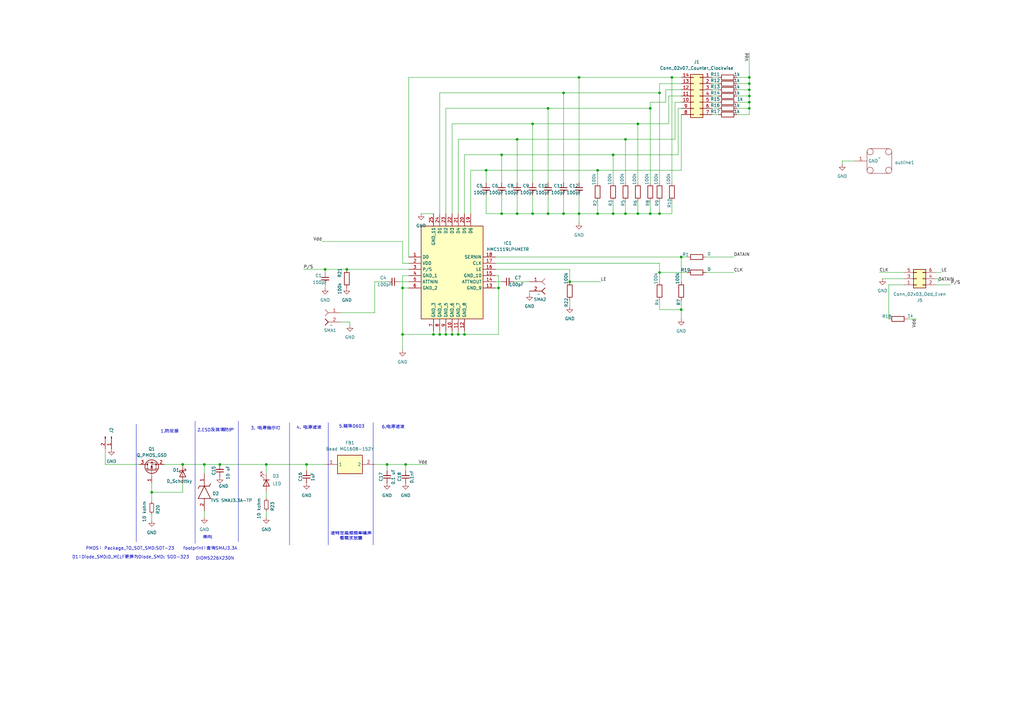
<source format=kicad_sch>
(kicad_sch (version 20231120) (generator "eeschema") (generator_version "8.0")
  (paper "A3")
  (lib_symbols
    (symbol "Connector:Conn_01x02_Pin" (pin_names (offset 1.016) hide)
      (property "Reference" "J" (at 0 2.54 0))
      (property "Value" "Conn_01x02_Pin" (at 0 -5.08 0))
      (symbol "Conn_01x02_Pin_1_1"
        (polyline (pts (xy 1.27 -2.54) (xy 0.8636 -2.54)) (stroke (width 0.1524)))
        (polyline (pts (xy 1.27 0) (xy 0.8636 0)) (stroke (width 0.1524)))
        (rectangle (start 0.8636 -2.413) (end 0 -2.667) (stroke (width 0.1524)) (fill (type outline)))
        (rectangle (start 0.8636 0.127) (end 0 -0.127) (stroke (width 0.1524)) (fill (type outline)))
        (pin passive line (at 5.08 0 180) (length 3.81) (name "Pin_1") (number "1"))
        (pin passive line (at 5.08 -2.54 180) (length 3.81) (name "Pin_2") (number "2"))
      )
    )
    (symbol "Connector_Generic:Conn_02x03_Odd_Even" (pin_names (offset 1.016) hide)
      (property "Reference" "J" (at 1.27 5.08 0))
      (property "Value" "Conn_02x03_Odd_Even" (at 1.27 -5.08 0))
      (symbol "Conn_02x03_Odd_Even_1_1"
        (rectangle (start -1.27 -2.413) (end 0 -2.667) (stroke (width 0.1524)))
        (rectangle (start -1.27 0.127) (end 0 -0.127) (stroke (width 0.1524)))
        (rectangle (start -1.27 2.667) (end 0 2.413) (stroke (width 0.1524)))
        (rectangle (start -1.27 3.81) (end 3.81 -3.81) (stroke (width 0.254)) (fill (type background)))
        (rectangle (start 3.81 -2.413) (end 2.54 -2.667) (stroke (width 0.1524)))
        (rectangle (start 3.81 0.127) (end 2.54 -0.127) (stroke (width 0.1524)))
        (rectangle (start 3.81 2.667) (end 2.54 2.413) (stroke (width 0.1524)))
        (pin passive line (at -5.08 2.54 0) (length 3.81) (name "Pin_1") (number "1"))
        (pin passive line (at 7.62 2.54 180) (length 3.81) (name "Pin_2") (number "2"))
        (pin passive line (at -5.08 0 0) (length 3.81) (name "Pin_3") (number "3"))
        (pin passive line (at 7.62 0 180) (length 3.81) (name "Pin_4") (number "4"))
        (pin passive line (at -5.08 -2.54 0) (length 3.81) (name "Pin_5") (number "5"))
        (pin passive line (at 7.62 -2.54 180) (length 3.81) (name "Pin_6") (number "6"))
      )
    )
    (symbol "Connector_Generic:Conn_02x07_Counter_Clockwise" (pin_names (offset 1.016) hide)
      (property "Reference" "J" (at 1.27 10.16 0))
      (property "Value" "Conn_02x07_Counter_Clockwise" (at 1.27 -10.16 0))
      (symbol "Conn_02x07_Counter_Clockwise_1_1"
        (rectangle (start -1.27 -7.493) (end 0 -7.747) (stroke (width 0.1524)))
        (rectangle (start -1.27 -4.953) (end 0 -5.207) (stroke (width 0.1524)))
        (rectangle (start -1.27 -2.413) (end 0 -2.667) (stroke (width 0.1524)))
        (rectangle (start -1.27 0.127) (end 0 -0.127) (stroke (width 0.1524)))
        (rectangle (start -1.27 2.667) (end 0 2.413) (stroke (width 0.1524)))
        (rectangle (start -1.27 5.207) (end 0 4.953) (stroke (width 0.1524)))
        (rectangle (start -1.27 7.747) (end 0 7.493) (stroke (width 0.1524)))
        (rectangle (start -1.27 8.89) (end 3.81 -8.89) (stroke (width 0.254)) (fill (type background)))
        (rectangle (start 3.81 -7.493) (end 2.54 -7.747) (stroke (width 0.1524)))
        (rectangle (start 3.81 -4.953) (end 2.54 -5.207) (stroke (width 0.1524)))
        (rectangle (start 3.81 -2.413) (end 2.54 -2.667) (stroke (width 0.1524)))
        (rectangle (start 3.81 0.127) (end 2.54 -0.127) (stroke (width 0.1524)))
        (rectangle (start 3.81 2.667) (end 2.54 2.413) (stroke (width 0.1524)))
        (rectangle (start 3.81 5.207) (end 2.54 4.953) (stroke (width 0.1524)))
        (rectangle (start 3.81 7.747) (end 2.54 7.493) (stroke (width 0.1524)))
        (pin passive line (at -5.08 7.62 0) (length 3.81) (name "Pin_1") (number "1"))
        (pin passive line (at 7.62 -2.54 180) (length 3.81) (name "Pin_10") (number "10"))
        (pin passive line (at 7.62 0 180) (length 3.81) (name "Pin_11") (number "11"))
        (pin passive line (at 7.62 2.54 180) (length 3.81) (name "Pin_12") (number "12"))
        (pin passive line (at 7.62 5.08 180) (length 3.81) (name "Pin_13") (number "13"))
        (pin passive line (at 7.62 7.62 180) (length 3.81) (name "Pin_14") (number "14"))
        (pin passive line (at -5.08 5.08 0) (length 3.81) (name "Pin_2") (number "2"))
        (pin passive line (at -5.08 2.54 0) (length 3.81) (name "Pin_3") (number "3"))
        (pin passive line (at -5.08 0 0) (length 3.81) (name "Pin_4") (number "4"))
        (pin passive line (at -5.08 -2.54 0) (length 3.81) (name "Pin_5") (number "5"))
        (pin passive line (at -5.08 -5.08 0) (length 3.81) (name "Pin_6") (number "6"))
        (pin passive line (at -5.08 -7.62 0) (length 3.81) (name "Pin_7") (number "7"))
        (pin passive line (at 7.62 -7.62 180) (length 3.81) (name "Pin_8") (number "8"))
        (pin passive line (at 7.62 -5.08 180) (length 3.81) (name "Pin_9") (number "9"))
      )
    )
    (symbol "Device:C_Small" (pin_numbers hide) (pin_names (offset 0.254) hide)
      (property "Reference" "C" (at 0.254 1.778 0))
      (property "Value" "C_Small" (at 0.254 -2.032 0))
      (symbol "C_Small_0_1"
        (polyline (pts (xy -1.524 -0.508) (xy 1.524 -0.508)) (stroke (width 0.3302)))
        (polyline (pts (xy -1.524 0.508) (xy 1.524 0.508)) (stroke (width 0.3048)))
      )
      (symbol "C_Small_1_1"
        (pin passive line (at 0 2.54 270) (length 2.032) (name "~") (number "1"))
        (pin passive line (at 0 -2.54 90) (length 2.032) (name "~") (number "2"))
      )
    )
    (symbol "Device:D_Schottky" (pin_numbers hide) (pin_names (offset 1.016) hide)
      (property "Reference" "D" (at 0 2.54 0))
      (property "Value" "D_Schottky" (at 0 -2.54 0))
      (symbol "D_Schottky_0_1"
        (polyline (pts (xy 1.27 0) (xy -1.27 0)))
        (polyline (pts (xy 1.27 1.27) (xy 1.27 -1.27) (xy -1.27 0) (xy 1.27 1.27)) (stroke (width 0.254)))
        (polyline (pts (xy -1.905 0.635) (xy -1.905 1.27) (xy -1.27 1.27) (xy -1.27 -1.27) (xy -0.635 -1.27) (xy -0.635 -0.635)) (stroke (width 0.254)))
      )
      (symbol "D_Schottky_1_1"
        (pin passive line (at -3.81 0 0) (length 2.54) (name "K") (number "1"))
        (pin passive line (at 3.81 0 180) (length 2.54) (name "A") (number "2"))
      )
    )
    (symbol "Device:LED" (pin_numbers hide) (pin_names (offset 1.016) hide)
      (property "Reference" "D" (at 0 2.54 0))
      (property "Value" "LED" (at 0 -2.54 0))
      (symbol "LED_0_1"
        (polyline (pts (xy -1.27 -1.27) (xy -1.27 1.27)) (stroke (width 0.254)))
        (polyline (pts (xy -1.27 0) (xy 1.27 0)))
        (polyline (pts (xy 1.27 -1.27) (xy 1.27 1.27) (xy -1.27 0) (xy 1.27 -1.27)) (stroke (width 0.254)))
        (polyline (pts (xy -3.048 -0.762) (xy -4.572 -2.286) (xy -3.81 -2.286) (xy -4.572 -2.286) (xy -4.572 -1.524)))
        (polyline (pts (xy -1.778 -0.762) (xy -3.302 -2.286) (xy -2.54 -2.286) (xy -3.302 -2.286) (xy -3.302 -1.524)))
      )
      (symbol "LED_1_1"
        (pin passive line (at -3.81 0 0) (length 2.54) (name "K") (number "1"))
        (pin passive line (at 3.81 0 180) (length 2.54) (name "A") (number "2"))
      )
    )
    (symbol "Device:Q_PMOS_GSD" (pin_names (offset 0) hide)
      (property "Reference" "Q" (at 5.08 1.27 0))
      (property "Value" "Q_PMOS_GSD" (at 5.08 -1.27 0))
      (symbol "Q_PMOS_GSD_0_1"
        (polyline (pts (xy 0.254 0) (xy -2.54 0)))
        (polyline (pts (xy 0.254 1.905) (xy 0.254 -1.905)) (stroke (width 0.254)))
        (polyline (pts (xy 0.762 -1.27) (xy 0.762 -2.286)) (stroke (width 0.254)))
        (polyline (pts (xy 0.762 0.508) (xy 0.762 -0.508)) (stroke (width 0.254)))
        (polyline (pts (xy 0.762 2.286) (xy 0.762 1.27)) (stroke (width 0.254)))
        (polyline (pts (xy 2.54 2.54) (xy 2.54 1.778)))
        (polyline (pts (xy 2.54 -2.54) (xy 2.54 0) (xy 0.762 0)))
        (polyline (pts (xy 0.762 1.778) (xy 3.302 1.778) (xy 3.302 -1.778) (xy 0.762 -1.778)))
        (polyline (pts (xy 2.286 0) (xy 1.27 0.381) (xy 1.27 -0.381) (xy 2.286 0)) (fill (type outline)))
        (polyline (pts (xy 2.794 -0.508) (xy 2.921 -0.381) (xy 3.683 -0.381) (xy 3.81 -0.254)))
        (polyline (pts (xy 3.302 -0.381) (xy 2.921 0.254) (xy 3.683 0.254) (xy 3.302 -0.381)))
        (circle (center 1.651 0) (radius 2.794) (stroke (width 0.254)))
        (circle (center 2.54 -1.778) (radius 0.254) (fill (type outline)))
        (circle (center 2.54 1.778) (radius 0.254) (fill (type outline)))
      )
      (symbol "Q_PMOS_GSD_1_1"
        (pin input line (at -5.08 0 0) (length 2.54) (name "G") (number "1"))
        (pin passive line (at 2.54 -5.08 90) (length 2.54) (name "S") (number "2"))
        (pin passive line (at 2.54 5.08 270) (length 2.54) (name "D") (number "3"))
      )
    )
    (symbol "Device:R" (pin_numbers hide) (pin_names (offset 0))
      (property "Reference" "R" (at 2.032 0 90))
      (property "Value" "R" (at 0 0 90))
      (symbol "R_0_1"
        (rectangle (start -1.016 -2.54) (end 1.016 2.54) (stroke (width 0.254)))
      )
      (symbol "R_1_1"
        (pin passive line (at 0 3.81 270) (length 1.27) (name "~") (number "1"))
        (pin passive line (at 0 -3.81 90) (length 1.27) (name "~") (number "2"))
      )
    )
    (symbol "Device:R_Small" (pin_numbers hide) (pin_names (offset 0.254) hide)
      (property "Reference" "R" (at 0.762 0.508 0))
      (property "Value" "R_Small" (at 0.762 -1.016 0))
      (symbol "R_Small_0_1"
        (rectangle (start -0.762 1.778) (end 0.762 -1.778) (stroke (width 0.2032)))
      )
      (symbol "R_Small_1_1"
        (pin passive line (at 0 2.54 270) (length 0.762) (name "~") (number "1"))
        (pin passive line (at 0 -2.54 90) (length 0.762) (name "~") (number "2"))
      )
    )
    (symbol "MUSIC_LAB:Bead MG1608-152Y"
      (property "Reference" "FB" (at 16.51 7.62 0))
      (property "Value" "Bead MG1608-152Y" (at 16.51 5.08 0))
      (symbol "Bead MG1608-152Y_1_1"
        (rectangle (start 5.08 2.54) (end 15.24 -5.08) (stroke (width 0.254)) (fill (type background)))
        (pin passive line (at 0 -1.27 0) (length 5.08) (name "1") (number "1"))
        (pin passive line (at 20.32 -1.27 180) (length 5.08) (name "2") (number "2"))
      )
    )
    (symbol "MUSIC_LAB:TVS SMAJ3.3A-TP" (pin_names hide)
      (property "Reference" "D" (at 10.16 8.89 0))
      (property "Value" "TVS SMAJ3.3A-TP" (at 2.54 6.096 0))
      (symbol "TVS SMAJ3.3A-TP_1_1"
        (polyline (pts (xy 4.064 2.54) (xy 5.08 2.032)) (stroke (width 0.254)))
        (polyline (pts (xy 5.08 -2.032) (xy 5.08 2.032)) (stroke (width 0.254)))
        (polyline (pts (xy 5.08 -2.032) (xy 6.096 -2.54)) (stroke (width 0.254)))
        (polyline (pts (xy 5.08 0) (xy 10.16 2.54)) (stroke (width 0.254)))
        (polyline (pts (xy 10.16 -2.54) (xy 5.08 0)) (stroke (width 0.254)))
        (polyline (pts (xy 10.16 -2.54) (xy 10.16 2.54)) (stroke (width 0.254)))
        (pin passive line (at 0 0 0) (length 5.08) (name "K") (number "1"))
        (pin passive line (at 15.24 0 180) (length 5.08) (name "A") (number "2"))
      )
    )
    (symbol "Radar:HMC1119LP4METR"
      (property "Reference" "IC" (at 31.75 17.78 0))
      (property "Value" "HMC1119LP4METR" (at 31.75 15.24 0))
      (symbol "HMC1119LP4METR_1_1"
        (rectangle (start 5.08 12.7) (end 30.48 -25.4) (stroke (width 0.254)) (fill (type background)))
        (pin passive line (at 0 0 0) (length 5.08) (name "D0") (number "1"))
        (pin passive line (at 17.78 -30.48 90) (length 5.08) (name "GND_6") (number "10"))
        (pin passive line (at 20.32 -30.48 90) (length 5.08) (name "GND_7") (number "11"))
        (pin passive line (at 22.86 -30.48 90) (length 5.08) (name "GND_8") (number "12"))
        (pin passive line (at 35.56 -12.7 180) (length 5.08) (name "GND_9") (number "13"))
        (pin passive line (at 35.56 -10.16 180) (length 5.08) (name "ATTNOUT") (number "14"))
        (pin passive line (at 35.56 -7.62 180) (length 5.08) (name "GND_10") (number "15"))
        (pin passive line (at 35.56 -5.08 180) (length 5.08) (name "LE") (number "16"))
        (pin passive line (at 35.56 -2.54 180) (length 5.08) (name "CLK") (number "17"))
        (pin passive line (at 35.56 0 180) (length 5.08) (name "SERNIN") (number "18"))
        (pin passive line (at 25.4 17.78 270) (length 5.08) (name "D6") (number "19"))
        (pin passive line (at 0 -2.54 0) (length 5.08) (name "VDD") (number "2"))
        (pin passive line (at 22.86 17.78 270) (length 5.08) (name "D5") (number "20"))
        (pin passive line (at 20.32 17.78 270) (length 5.08) (name "D4") (number "21"))
        (pin passive line (at 17.78 17.78 270) (length 5.08) (name "D3") (number "22"))
        (pin passive line (at 15.24 17.78 270) (length 5.08) (name "D2") (number "23"))
        (pin passive line (at 12.7 17.78 270) (length 5.08) (name "D1") (number "24"))
        (pin passive line (at 10.16 17.78 270) (length 5.08) (name "GND_11") (number "25"))
        (pin passive line (at 0 -5.08 0) (length 5.08) (name "P/S") (number "3"))
        (pin passive line (at 0 -7.62 0) (length 5.08) (name "GND_1") (number "4"))
        (pin passive line (at 0 -10.16 0) (length 5.08) (name "ATTNIN") (number "5"))
        (pin passive line (at 0 -12.7 0) (length 5.08) (name "GND_2") (number "6"))
        (pin passive line (at 10.16 -30.48 90) (length 5.08) (name "GND_3") (number "7"))
        (pin passive line (at 12.7 -30.48 90) (length 5.08) (name "GND_4") (number "8"))
        (pin passive line (at 15.24 -30.48 90) (length 5.08) (name "GND_5") (number "9"))
      )
    )
    (symbol "Radar:SMA"
      (property "Reference" "SMA" (at 1.27 -1.27 0))
      (symbol "SMA_0_1"
        (polyline (pts (xy -1.27 1.27) (xy -2.54 0)))
        (polyline (pts (xy -1.27 1.27) (xy -2.54 0)))
        (polyline (pts (xy -1.27 1.27) (xy -2.54 0)))
        (polyline (pts (xy -1.27 1.27) (xy -2.54 0)))
        (polyline (pts (xy -1.27 1.27) (xy -2.54 2.54)))
        (polyline (pts (xy -1.27 1.27) (xy -2.54 2.54)))
        (polyline (pts (xy -1.27 1.27) (xy -2.54 2.54)))
        (polyline (pts (xy -1.27 1.27) (xy -2.54 2.54)))
        (polyline (pts (xy -1.27 5.08) (xy -2.54 3.81)))
        (polyline (pts (xy -1.27 5.08) (xy -2.54 6.35)))
      )
      (symbol "SMA_1_1"
        (pin passive line (at 3.81 5.08 180) (length 5.08) (name "") (number "1"))
        (pin passive line (at 3.81 1.27 180) (length 5.08) (name "") (number "2"))
      )
    )
    (symbol "Radar:outline"
      (property "Reference" "outline" (at 0 6.35 0))
      (symbol "outline_0_1"
        (circle (center -3.81 -3.81) (radius 1.27))
        (circle (center -3.81 3.81) (radius 1.27))
        (polyline (pts (xy -5.08 3.81) (xy -5.08 -3.81)))
        (polyline (pts (xy -3.81 -5.08) (xy 3.81 -5.08)))
        (polyline (pts (xy 3.81 5.08) (xy -3.81 5.08)))
        (polyline (pts (xy 5.08 3.81) (xy 5.08 -3.81)))
        (circle (center 3.81 -3.81) (radius 1.27))
        (circle (center 3.81 3.81) (radius 1.27))
      )
      (symbol "outline_1_1"
        (pin free line (at -10.16 0 0) (length 5.08) (name "GND") (number "1"))
      )
    )
    (symbol "power:GND" (power) (pin_names (offset 0))
      (property "Value" "GND" (at 0 -3.81 0))
      (symbol "GND_0_1"
        (polyline (pts (xy 0 0) (xy 0 -1.27) (xy 1.27 -1.27) (xy 0 -2.54) (xy -1.27 -1.27) (xy 0 -1.27)))
      )
      (symbol "GND_1_1"
        (pin power_in line (at 0 0 270) (length 0) hide (name "GND") (number "1"))
      )
    )
  )
  (junction (at 182.88 137.16))
  (junction (at 266.7 87.63))
  (junction (at 233.68 115.57))
  (junction (at 224.79 44.45))
  (junction (at 187.96 137.16))
  (junction (at 177.8 137.16))
  (junction (at 261.62 87.63))
  (junction (at 245.11 69.85))
  (junction (at 205.74 63.5))
  (junction (at 307.34 34.29))
  (junction (at 199.39 69.85))
  (junction (at 270.51 38.1))
  (junction (at 270.51 111.76))
  (junction (at 245.11 87.63))
  (junction (at 165.1 118.11))
  (junction (at 307.34 41.91))
  (junction (at 212.09 57.15))
  (junction (at 261.62 50.8))
  (junction (at 231.14 87.63))
  (junction (at 90.17 190.5))
  (junction (at 190.5 137.16))
  (junction (at 218.44 50.8))
  (junction (at 212.09 87.63))
  (junction (at 218.44 87.63))
  (junction (at 83.82 190.5))
  (junction (at 158.75 190.5))
  (junction (at 165.1 137.16))
  (junction (at 205.74 87.63))
  (junction (at 180.34 137.16))
  (junction (at 74.93 190.5))
  (junction (at 231.14 38.1))
  (junction (at 270.51 87.63))
  (junction (at 204.47 118.11))
  (junction (at 251.46 63.5))
  (junction (at 185.42 137.16))
  (junction (at 224.79 87.63))
  (junction (at 275.59 31.75))
  (junction (at 307.34 31.75))
  (junction (at 237.49 31.75))
  (junction (at 133.35 110.49))
  (junction (at 307.34 36.83))
  (junction (at 251.46 87.63))
  (junction (at 166.37 190.5))
  (junction (at 125.73 190.5))
  (junction (at 307.34 39.37))
  (junction (at 307.34 44.45))
  (junction (at 279.4 127))
  (junction (at 256.54 57.15))
  (junction (at 266.7 44.45))
  (junction (at 142.24 110.49))
  (junction (at 256.54 87.63))
  (junction (at 62.23 201.93))
  (junction (at 279.4 105.41))
  (junction (at 109.22 190.5))
  (junction (at 237.49 87.63))
  (wire (pts (xy 261.62 87.63) (xy 266.7 87.63)))
  (wire (pts (xy 256.54 57.15) (xy 256.54 74.93)))
  (wire (pts (xy 292.1 46.99) (xy 294.64 46.99)))
  (wire (pts (xy 307.34 46.99) (xy 302.26 46.99)))
  (wire (pts (xy 261.62 50.8) (xy 274.32 50.8)))
  (wire (pts (xy 203.2 105.41) (xy 279.4 105.41)))
  (wire (pts (xy 165.1 113.03) (xy 165.1 118.11)))
  (wire (pts (xy 231.14 38.1) (xy 231.14 74.93)))
  (wire (pts (xy 270.51 111.76) (xy 270.51 107.95)))
  (wire (pts (xy 158.75 190.5) (xy 166.37 190.5)))
  (wire (pts (xy 190.5 137.16) (xy 190.5 135.89)))
  (wire (pts (xy 270.51 82.55) (xy 270.51 87.63)))
  (wire (pts (xy 205.74 63.5) (xy 205.74 74.93)))
  (wire (pts (xy 270.51 34.29) (xy 279.4 34.29)))
  (wire (pts (xy 307.34 36.83) (xy 307.34 39.37)))
  (wire (pts (xy 153.67 190.5) (xy 158.75 190.5)))
  (wire (pts (xy 224.79 44.45) (xy 266.7 44.45)))
  (wire (pts (xy 251.46 87.63) (xy 256.54 87.63)))
  (wire (pts (xy 74.93 201.93) (xy 62.23 201.93)))
  (wire (pts (xy 364.49 116.84) (xy 364.49 130.81)))
  (wire (pts (xy 245.11 87.63) (xy 237.49 87.63)))
  (wire (pts (xy 307.34 44.45) (xy 302.26 44.45)))
  (wire (pts (xy 261.62 82.55) (xy 261.62 87.63)))
  (wire (pts (xy 177.8 137.16) (xy 177.8 135.89)))
  (wire (pts (xy 142.24 110.49) (xy 167.64 110.49)))
  (wire (pts (xy 153.67 128.27) (xy 153.67 115.57)))
  (wire (pts (xy 166.37 190.5) (xy 175.26 190.5)))
  (wire (pts (xy 109.22 212.09) (xy 109.22 209.55)))
  (wire (pts (xy 199.39 74.93) (xy 199.39 69.85)))
  (wire (pts (xy 193.04 87.63) (xy 193.04 69.85)))
  (wire (pts (xy 231.14 87.63) (xy 237.49 87.63)))
  (wire (pts (xy 279.4 123.19) (xy 279.4 127)))
  (wire (pts (xy 370.84 116.84) (xy 364.49 116.84)))
  (wire (pts (xy 279.4 69.85) (xy 279.4 46.99)))
  (wire (pts (xy 231.14 87.63) (xy 231.14 80.01)))
  (wire (pts (xy 307.34 44.45) (xy 307.34 46.99)))
  (wire (pts (xy 307.34 34.29) (xy 307.34 36.83)))
  (polyline (pts (xy 118.745 173.355) (xy 118.745 223.52)))
  (wire (pts (xy 292.1 41.91) (xy 294.64 41.91)))
  (wire (pts (xy 224.79 44.45) (xy 224.79 74.93)))
  (wire (pts (xy 278.13 44.45) (xy 279.4 44.45)))
  (wire (pts (xy 165.1 118.11) (xy 165.1 137.16)))
  (wire (pts (xy 62.23 201.93) (xy 62.23 198.12)))
  (wire (pts (xy 67.31 190.5) (xy 74.93 190.5)))
  (wire (pts (xy 158.75 190.5) (xy 158.75 193.04)))
  (wire (pts (xy 193.04 69.85) (xy 199.39 69.85)))
  (wire (pts (xy 383.54 111.76) (xy 386.08 111.76)))
  (wire (pts (xy 185.42 50.8) (xy 185.42 87.63)))
  (wire (pts (xy 83.82 212.09) (xy 83.82 209.55)))
  (wire (pts (xy 279.4 105.41) (xy 279.4 115.57)))
  (wire (pts (xy 278.13 63.5) (xy 278.13 44.45)))
  (wire (pts (xy 266.7 41.91) (xy 273.05 41.91)))
  (wire (pts (xy 187.96 137.16) (xy 187.96 135.89)))
  (wire (pts (xy 279.4 105.41) (xy 281.94 105.41)))
  (wire (pts (xy 292.1 31.75) (xy 294.64 31.75)))
  (wire (pts (xy 180.34 137.16) (xy 182.88 137.16)))
  (wire (pts (xy 345.44 66.04) (xy 350.52 66.04)))
  (wire (pts (xy 180.34 137.16) (xy 180.34 135.89)))
  (wire (pts (xy 212.09 87.63) (xy 218.44 87.63)))
  (wire (pts (xy 83.82 194.31) (xy 83.82 190.5)))
  (wire (pts (xy 212.09 57.15) (xy 256.54 57.15)))
  (wire (pts (xy 275.59 87.63) (xy 275.59 82.55)))
  (wire (pts (xy 245.11 69.85) (xy 245.11 74.93)))
  (wire (pts (xy 307.34 31.75) (xy 302.26 31.75)))
  (wire (pts (xy 273.05 41.91) (xy 273.05 36.83)))
  (wire (pts (xy 205.74 63.5) (xy 251.46 63.5)))
  (wire (pts (xy 275.59 31.75) (xy 279.4 31.75)))
  (wire (pts (xy 43.18 190.5) (xy 57.15 190.5)))
  (wire (pts (xy 307.34 41.91) (xy 307.34 44.45)))
  (wire (pts (xy 251.46 82.55) (xy 251.46 87.63)))
  (wire (pts (xy 279.4 130.81) (xy 279.4 127)))
  (wire (pts (xy 237.49 80.01) (xy 237.49 87.63)))
  (wire (pts (xy 276.86 57.15) (xy 276.86 41.91)))
  (wire (pts (xy 182.88 44.45) (xy 182.88 87.63)))
  (wire (pts (xy 218.44 50.8) (xy 261.62 50.8)))
  (wire (pts (xy 182.88 44.45) (xy 224.79 44.45)))
  (wire (pts (xy 180.34 38.1) (xy 180.34 87.63)))
  (wire (pts (xy 203.2 107.95) (xy 270.51 107.95)))
  (wire (pts (xy 274.32 50.8) (xy 274.32 39.37)))
  (wire (pts (xy 124.46 110.49) (xy 133.35 110.49)))
  (wire (pts (xy 217.17 115.57) (xy 210.82 115.57)))
  (wire (pts (xy 90.17 190.5) (xy 109.22 190.5)))
  (wire (pts (xy 190.5 63.5) (xy 190.5 87.63)))
  (wire (pts (xy 266.7 82.55) (xy 266.7 87.63)))
  (wire (pts (xy 270.51 87.63) (xy 275.59 87.63)))
  (polyline (pts (xy 134.62 173.355) (xy 134.62 223.52)))
  (wire (pts (xy 165.1 137.16) (xy 177.8 137.16)))
  (wire (pts (xy 307.34 36.83) (xy 302.26 36.83)))
  (wire (pts (xy 292.1 34.29) (xy 294.64 34.29)))
  (wire (pts (xy 270.51 127) (xy 279.4 127)))
  (wire (pts (xy 384.81 115.57) (xy 384.81 114.3)))
  (wire (pts (xy 360.68 111.76) (xy 370.84 111.76)))
  (wire (pts (xy 165.1 99.06) (xy 165.1 107.95)))
  (wire (pts (xy 165.1 137.16) (xy 165.1 143.51)))
  (wire (pts (xy 218.44 87.63) (xy 224.79 87.63)))
  (wire (pts (xy 270.51 111.76) (xy 281.94 111.76)))
  (wire (pts (xy 187.96 57.15) (xy 212.09 57.15)))
  (wire (pts (xy 307.34 39.37) (xy 307.34 41.91)))
  (wire (pts (xy 205.74 87.63) (xy 205.74 80.01)))
  (wire (pts (xy 167.64 115.57) (xy 163.83 115.57)))
  (wire (pts (xy 139.7 132.08) (xy 143.51 132.08)))
  (wire (pts (xy 187.96 57.15) (xy 187.96 87.63)))
  (wire (pts (xy 109.22 190.5) (xy 125.73 190.5)))
  (wire (pts (xy 256.54 87.63) (xy 261.62 87.63)))
  (wire (pts (xy 83.82 190.5) (xy 90.17 190.5)))
  (wire (pts (xy 199.39 87.63) (xy 205.74 87.63)))
  (polyline (pts (xy 97.79 172.72) (xy 97.79 222.25)))
  (wire (pts (xy 218.44 87.63) (xy 218.44 80.01)))
  (wire (pts (xy 256.54 57.15) (xy 276.86 57.15)))
  (wire (pts (xy 109.22 204.47) (xy 109.22 201.93)))
  (wire (pts (xy 74.93 190.5) (xy 83.82 190.5)))
  (wire (pts (xy 370.84 114.3) (xy 361.95 114.3)))
  (wire (pts (xy 212.09 87.63) (xy 212.09 80.01)))
  (wire (pts (xy 125.73 190.5) (xy 133.35 190.5)))
  (wire (pts (xy 233.68 110.49) (xy 233.68 115.57)))
  (wire (pts (xy 261.62 50.8) (xy 261.62 74.93)))
  (wire (pts (xy 218.44 50.8) (xy 218.44 74.93)))
  (wire (pts (xy 276.86 41.91) (xy 279.4 41.91)))
  (wire (pts (xy 182.88 137.16) (xy 185.42 137.16)))
  (wire (pts (xy 182.88 137.16) (xy 182.88 135.89)))
  (wire (pts (xy 143.51 132.08) (xy 143.51 133.35)))
  (wire (pts (xy 133.35 118.11) (xy 133.35 116.84)))
  (wire (pts (xy 203.2 118.11) (xy 204.47 118.11)))
  (wire (pts (xy 167.64 105.41) (xy 167.64 31.75)))
  (wire (pts (xy 217.17 120.65) (xy 217.17 119.38)))
  (wire (pts (xy 133.35 110.49) (xy 142.24 110.49)))
  (wire (pts (xy 231.14 38.1) (xy 180.34 38.1)))
  (wire (pts (xy 307.34 41.91) (xy 302.26 41.91)))
  (wire (pts (xy 292.1 39.37) (xy 294.64 39.37)))
  (wire (pts (xy 203.2 110.49) (xy 233.68 110.49)))
  (wire (pts (xy 266.7 41.91) (xy 266.7 44.45)))
  (wire (pts (xy 190.5 137.16) (xy 204.47 137.16)))
  (wire (pts (xy 251.46 63.5) (xy 251.46 74.93)))
  (wire (pts (xy 187.96 137.16) (xy 190.5 137.16)))
  (wire (pts (xy 307.34 39.37) (xy 302.26 39.37)))
  (wire (pts (xy 199.39 80.01) (xy 199.39 87.63)))
  (wire (pts (xy 383.54 116.84) (xy 389.89 116.84)))
  (wire (pts (xy 185.42 137.16) (xy 185.42 135.89)))
  (wire (pts (xy 245.11 87.63) (xy 251.46 87.63)))
  (wire (pts (xy 133.35 111.76) (xy 133.35 110.49)))
  (wire (pts (xy 204.47 137.16) (xy 204.47 118.11)))
  (polyline (pts (xy 55.88 173.99) (xy 55.88 222.25)))
  (wire (pts (xy 307.34 31.75) (xy 307.34 34.29)))
  (wire (pts (xy 237.49 31.75) (xy 275.59 31.75)))
  (wire (pts (xy 274.32 39.37) (xy 279.4 39.37)))
  (wire (pts (xy 43.18 190.5) (xy 43.18 184.15)))
  (wire (pts (xy 245.11 69.85) (xy 279.4 69.85)))
  (wire (pts (xy 270.51 38.1) (xy 270.51 74.93)))
  (wire (pts (xy 245.11 82.55) (xy 245.11 87.63)))
  (wire (pts (xy 224.79 87.63) (xy 224.79 80.01)))
  (polyline (pts (xy 153.035 173.355) (xy 153.035 223.52)))
  (wire (pts (xy 212.09 57.15) (xy 212.09 74.93)))
  (wire (pts (xy 233.68 115.57) (xy 246.38 115.57)))
  (wire (pts (xy 307.34 34.29) (xy 302.26 34.29)))
  (wire (pts (xy 345.44 67.31) (xy 345.44 66.04)))
  (wire (pts (xy 289.56 105.41) (xy 300.99 105.41)))
  (wire (pts (xy 185.42 137.16) (xy 187.96 137.16)))
  (wire (pts (xy 166.37 190.5) (xy 166.37 193.04)))
  (wire (pts (xy 153.67 115.57) (xy 158.75 115.57)))
  (wire (pts (xy 251.46 63.5) (xy 278.13 63.5)))
  (wire (pts (xy 273.05 36.83) (xy 279.4 36.83)))
  (wire (pts (xy 292.1 44.45) (xy 294.64 44.45)))
  (wire (pts (xy 256.54 82.55) (xy 256.54 87.63)))
  (wire (pts (xy 307.34 21.59) (xy 307.34 31.75)))
  (wire (pts (xy 289.56 111.76) (xy 300.99 111.76)))
  (wire (pts (xy 177.8 137.16) (xy 180.34 137.16)))
  (wire (pts (xy 165.1 107.95) (xy 167.64 107.95)))
  (wire (pts (xy 132.08 99.06) (xy 165.1 99.06)))
  (wire (pts (xy 237.49 31.75) (xy 237.49 74.93)))
  (wire (pts (xy 74.93 198.12) (xy 74.93 201.93)))
  (wire (pts (xy 266.7 44.45) (xy 266.7 74.93)))
  (wire (pts (xy 165.1 118.11) (xy 167.64 118.11)))
  (wire (pts (xy 224.79 87.63) (xy 231.14 87.63)))
  (wire (pts (xy 204.47 118.11) (xy 204.47 113.03)))
  (wire (pts (xy 218.44 50.8) (xy 185.42 50.8)))
  (wire (pts (xy 172.72 87.63) (xy 177.8 87.63)))
  (polyline (pts (xy 80.01 172.72) (xy 80.01 222.885)))
  (wire (pts (xy 237.49 91.44) (xy 237.49 87.63)))
  (wire (pts (xy 266.7 87.63) (xy 270.51 87.63)))
  (wire (pts (xy 231.14 38.1) (xy 270.51 38.1)))
  (wire (pts (xy 62.23 213.36) (xy 62.23 210.82)))
  (wire (pts (xy 292.1 36.83) (xy 294.64 36.83)))
  (wire (pts (xy 275.59 31.75) (xy 275.59 74.93)))
  (wire (pts (xy 205.74 63.5) (xy 190.5 63.5)))
  (wire (pts (xy 205.74 87.63) (xy 212.09 87.63)))
  (wire (pts (xy 139.7 128.27) (xy 153.67 128.27)))
  (wire (pts (xy 384.81 114.3) (xy 383.54 114.3)))
  (wire (pts (xy 270.51 34.29) (xy 270.51 38.1)))
  (wire (pts (xy 167.64 113.03) (xy 165.1 113.03)))
  (wire (pts (xy 167.64 31.75) (xy 237.49 31.75)))
  (wire (pts (xy 375.92 130.81) (xy 372.11 130.81)))
  (wire (pts (xy 270.51 111.76) (xy 270.51 115.57)))
  (wire (pts (xy 199.39 69.85) (xy 245.11 69.85)))
  (wire (pts (xy 125.73 190.5) (xy 125.73 193.04)))
  (wire (pts (xy 270.51 123.19) (xy 270.51 127)))
  (wire (pts (xy 203.2 115.57) (xy 205.74 115.57)))
  (wire (pts (xy 233.68 125.73) (xy 233.68 123.19)))
  (wire (pts (xy 62.23 205.74) (xy 62.23 201.93)))
  (wire (pts (xy 204.47 113.03) (xy 203.2 113.03)))
  (wire (pts (xy 109.22 194.31) (xy 109.22 190.5)))
  (text "6.电源滤波" (at 161.29 175.26 0) (effects (font (size 1.27 1.27))))
  (text "滤特定高频频率噪声\n看需求放置" (at 144.018 219.964 0) (effects (font (size 1.27 1.27))))
  (text "单向" (at 85.09 220.472 0) (effects (font (size 1.27 1.27))))
  (text "2.ESD及浪涌防护" (at 88.392 176.53 0) (effects (font (size 1.27 1.27))))
  (text "4. 电源滤波" (at 126.746 175.514 0) (effects (font (size 1.27 1.27))))
  (text "footprint：查询SMAJ3.3A    \n\nDIOM5226X230N" (at 88.138 227.076 0) (effects (font (size 1.27 1.27))))
  (text "1.防反接" (at 69.596 177.038 0) (effects (font (size 1.27 1.27))))
  (text "5.磁珠0603" (at 144.272 175.006 0) (effects (font (size 1.27 1.27))))
  (text "D1：Diode_SMD:D_MELF更换为Diode_SMD: SOD-323" (at 53.594 228.6 0) (effects (font (size 1.27 1.27))))
  (text "3. 电源指示灯" (at 108.966 175.768 0) (effects (font (size 1.27 1.27))))
  (text "PMOS： Package_TO_SOT_SMD:SOT-23" (at 53.34 225.044 0) (effects (font (size 1.27 1.27))))
  (label "DATAIN" (at 384.81 115.57 0))
  (label "Vdd" (at 375.92 130.81 270))
  (label "DATAIN" (at 300.99 105.41 0))
  (label "CLK" (at 300.99 111.76 0))
  (label "Vdd" (at 175.26 190.5 180))
  (label "LE" (at 386.08 111.76 0))
  (label "Vdd" (at 132.08 99.06 180))
  (label "P{slash}S" (at 389.89 116.84 0))
  (label "LE" (at 246.38 115.57 0))
  (label "Vdd" (at 307.34 21.59 270))
  (label "P{slash}S" (at 124.46 110.49 0))
  (label "CLK" (at 360.68 111.76 0))
  (symbol (lib_id "Device:R") (at 298.45 46.99 90) (unit 1)
    (property "Reference" "R17" (at 293.37 45.72 90))
    (property "Value" "1k" (at 302.26 45.72 90))
    (property "Footprint" "Resistor_SMD:R_0402_1005Metric" (effects (hide yes)))
  )
  (symbol (lib_id "Connector:Conn_01x02_Pin") (at 45.72 179.07 270) (unit 1)
    (property "Reference" "J2" (at 45.72 176.53 0))
    (property "Value" "Conn_01x02_Pin" (effects (hide yes)))
    (property "Footprint" "Connector_JST:JST_XH_B2B-XH-A_1x02_P2.50mm_Vertical" (effects (hide yes)))
    (property "Description" "Generic connector, single row, 01x02, script generated" (effects (hide yes)))
  )
  (symbol (lib_id "Device:C_Small") (at 158.75 195.58 180) (unit 1)
    (property "Reference" "C17" (at 156.21 195.58 90))
    (property "Value" "0.1 uF" (at 161.29 195.58 90))
    (property "Footprint" "Capacitor_SMD:C_0402_1005Metric" (effects (hide yes)))
    (property "Description" "Unpolarized capacitor, small symbol" (effects (hide yes)))
  )
  (symbol (lib_id "Radar:SMA") (at 220.98 120.65 0) (mirror y) (unit 1)
    (property "Reference" "SMA2" (at 221.488 122.809 0))
    (property "Value" "~" (at 220.98 120.65 0))
    (property "Footprint" "MUSIC_Lab:SMA_KHD_Back" (effects (hide yes)))
  )
  (symbol (lib_id "Device:R") (at 233.68 119.38 180) (unit 1)
    (property "Reference" "R22" (at 232.283 124.079 90))
    (property "Value" "100k" (at 232.156 114.173 90))
    (property "Footprint" "Resistor_SMD:R_0402_1005Metric" (effects (hide yes)))
  )
  (symbol (lib_id "power:GND") (at 361.95 114.3 0) (mirror y) (unit 1)
    (property "Reference" "#PWR014" (effects (hide yes)))
    (property "Value" "GND" (at 361.95 119.253 0))
  )
  (symbol (lib_id "Radar:outline") (at 360.68 66.04 0) (unit 1)
    (property "Reference" "outline1" (at 367.03 66.675 0) (effects (justify left)))
    (property "Value" "~" (at 360.68 64.77 0))
    (property "Footprint" "MUSIC_Lab:Outline_3x2_cavity_1.5mm" (effects (hide yes)))
  )
  (symbol (lib_id "power:GND") (at 143.51 133.35 0) (unit 1)
    (property "Reference" "#PWR03" (effects (hide yes)))
    (property "Value" "GND" (at 143.51 138.303 0))
  )
  (symbol (lib_id "Device:R") (at 298.45 39.37 90) (unit 1)
    (property "Reference" "R14" (at 293.37 38.1 90))
    (property "Value" "1k" (at 302.26 38.1 90))
    (property "Footprint" "Resistor_SMD:R_0402_1005Metric" (effects (hide yes)))
  )
  (symbol (lib_id "Device:C_Small") (at 212.09 77.47 0) (unit 1)
    (property "Reference" "C8" (at 208.026 76.2 0) (effects (justify left)))
    (property "Value" "100pF" (at 206.883 78.994 0) (effects (justify left)))
    (property "Footprint" "Capacitor_SMD:C_0402_1005Metric" (effects (hide yes)))
  )
  (symbol (lib_id "Device:C_Small") (at 205.74 77.47 0) (unit 1)
    (property "Reference" "C6" (at 201.676 76.2 0) (effects (justify left)))
    (property "Value" "100pF" (at 200.533 78.994 0) (effects (justify left)))
    (property "Footprint" "Capacitor_SMD:C_0402_1005Metric" (effects (hide yes)))
  )
  (symbol (lib_id "Device:R") (at 285.75 105.41 90) (unit 1)
    (property "Reference" "R1" (at 281.178 104.394 90))
    (property "Value" "0" (at 290.83 104.14 90))
    (property "Footprint" "Resistor_SMD:R_0402_1005Metric" (effects (hide yes)))
  )
  (symbol (lib_id "Radar:HMC1119LP4METR") (at 167.64 105.41 0) (unit 1)
    (property "Reference" "IC1" (at 208.28 99.7203 0))
    (property "Value" "HMC1119LP4METR" (at 208.28 102.2603 0))
    (property "Footprint" "MUSIC_Lab:Antennuator-HMC1119-QFN50P400X400X95-25N-D" (effects (hide yes)))
    (property "Datasheet" "https://www.arrow.com/en/products/hmc1119lp4metr/analog-devices" (effects (hide yes)))
    (property "Height" "0.95" (effects (hide yes)))
    (property "Mouser Part Number" "584-HMC1119LP4METR" (effects (hide yes)))
    (property "Mouser Price/Stock" "https://www.mouser.co.uk/ProductDetail/Analog-Devices/HMC1119LP4METR?qs=yfIbTn1BQ2B6nfb9NW%2F%252BsA%3D%3D" (effects (hide yes)))
    (property "Manufacturer_Name" "Analog Devices" (effects (hide yes)))
    (property "Manufacturer_Part_Number" "HMC1119LP4METR" (effects (hide yes)))
  )
  (symbol (lib_id "Device:R_Small") (at 62.23 208.28 180) (unit 1)
    (property "Reference" "R20" (at 64.77 207.01 90) (effects (justify left)))
    (property "Value" "10 kohm" (at 59.182 205.486 90) (effects (justify left)))
    (property "Footprint" "Resistor_SMD:R_0402_1005Metric" (effects (hide yes)))
    (property "Description" "Resistor, small symbol" (effects (hide yes)))
  )
  (symbol (lib_id "Device:R") (at 270.51 119.38 180) (unit 1)
    (property "Reference" "R4" (at 269.494 123.952 90))
    (property "Value" "100k" (at 268.986 114.173 90))
    (property "Footprint" "Resistor_SMD:R_0402_1005Metric" (effects (hide yes)))
  )
  (symbol (lib_id "Device:C_Small") (at 218.44 77.47 0) (unit 1)
    (property "Reference" "C9" (at 214.376 76.2 0) (effects (justify left)))
    (property "Value" "100pF" (at 213.233 78.994 0) (effects (justify left)))
    (property "Footprint" "Capacitor_SMD:C_0402_1005Metric" (effects (hide yes)))
  )
  (symbol (lib_id "power:GND") (at 45.72 184.15 0) (unit 1)
    (property "Reference" "#PWR013" (effects (hide yes)))
    (property "Value" "GND" (at 45.72 189.23 0))
    (property "Description" "Power symbol creates a global label with name \"GND\" , ground" (effects (hide yes)))
  )
  (symbol (lib_id "Device:R") (at 256.54 78.74 180) (unit 1)
    (property "Reference" "R5" (at 255.524 83.312 90))
    (property "Value" "100k" (at 255.143 73.406 90))
    (property "Footprint" "Resistor_SMD:R_0402_1005Metric" (effects (hide yes)))
  )
  (symbol (lib_id "Device:R") (at 142.24 114.3 180) (unit 1)
    (property "Reference" "R21" (at 139.319 111.887 90))
    (property "Value" "100k" (at 139.319 118.364 90))
    (property "Footprint" "Resistor_SMD:R_0402_1005Metric" (effects (hide yes)))
  )
  (symbol (lib_id "power:GND") (at 237.49 91.44 0) (unit 1)
    (property "Reference" "#PWR05" (effects (hide yes)))
    (property "Value" "GND" (at 237.49 96.393 0))
  )
  (symbol (lib_id "power:GND") (at 133.35 118.11 0) (unit 1)
    (property "Reference" "#PWR02" (effects (hide yes)))
    (property "Value" "GND" (at 133.35 123.063 0))
  )
  (symbol (lib_id "Device:R") (at 261.62 78.74 180) (unit 1)
    (property "Reference" "R6" (at 260.604 83.312 90))
    (property "Value" "100k" (at 260.223 73.406 90))
    (property "Footprint" "Resistor_SMD:R_0402_1005Metric" (effects (hide yes)))
  )
  (symbol (lib_id "Device:C_Small") (at 161.29 115.57 270) (unit 1)
    (property "Reference" "C4" (at 155.829 113.919 90) (effects (justify left)))
    (property "Value" "100pF" (at 154.686 116.713 90) (effects (justify left)))
    (property "Footprint" "Capacitor_SMD:C_0402_1005Metric" (effects (hide yes)))
  )
  (symbol (lib_id "Device:C_Small") (at 199.39 77.47 0) (unit 1)
    (property "Reference" "C5" (at 195.326 76.2 0) (effects (justify left)))
    (property "Value" "100pF" (at 194.183 78.994 0) (effects (justify left)))
    (property "Footprint" "Capacitor_SMD:C_0402_1005Metric" (effects (hide yes)))
  )
  (symbol (lib_id "Device:R") (at 270.51 78.74 180) (unit 1)
    (property "Reference" "R9" (at 269.494 83.312 90))
    (property "Value" "100k" (at 269.113 73.406 90))
    (property "Footprint" "Resistor_SMD:R_0402_1005Metric" (effects (hide yes)))
  )
  (symbol (lib_id "Device:C_Small") (at 133.35 114.3 0) (unit 1)
    (property "Reference" "C1" (at 129.286 113.03 0) (effects (justify left)))
    (property "Value" "100pF" (at 128.143 115.824 0) (effects (justify left)))
    (property "Footprint" "Capacitor_SMD:C_0402_1005Metric" (effects (hide yes)))
  )
  (symbol (lib_id "power:GND") (at 166.37 198.12 0) (unit 1)
    (property "Reference" "#PWR021" (effects (hide yes)))
    (property "Value" "GND" (at 166.37 203.2 0))
    (property "Description" "Power symbol creates a global label with name \"GND\" , ground" (effects (hide yes)))
  )
  (symbol (lib_id "Connector_Generic:Conn_02x03_Odd_Even") (at 375.92 114.3 0) (mirror x) (unit 1)
    (property "Reference" "J5" (at 377.19 123.19 0))
    (property "Value" "Conn_02x03_Odd_Even" (at 377.19 120.65 0))
    (property "Footprint" "Connector_PinHeader_2.54mm:PinHeader_2x03_P2.54mm_Vertical" (effects (hide yes)))
    (property "Description" "Generic connector, double row, 02x03, odd/even pin numbering scheme (row 1 odd numbers, row 2 even numbers), script generated (kicad-library-utils/schlib/autogen/connector/)" (effects (hide yes)))
  )
  (symbol (lib_id "Device:Q_PMOS_GSD") (at 62.23 193.04 90) (unit 1)
    (property "Reference" "Q1" (at 62.23 184.15 90))
    (property "Value" "Q_PMOS_GSD" (at 62.23 186.69 90))
    (property "Footprint" "Package_TO_SOT_SMD:SOT-23" (effects (hide yes)))
    (property "Description" "P-MOSFET transistor, gate/source/drain" (effects (hide yes)))
  )
  (symbol (lib_id "Device:C_Small") (at 166.37 195.58 180) (unit 1)
    (property "Reference" "C18" (at 163.83 195.58 90))
    (property "Value" "0.1nF" (at 168.91 195.58 90))
    (property "Footprint" "Capacitor_SMD:C_0402_1005Metric" (effects (hide yes)))
    (property "Description" "Unpolarized capacitor, small symbol" (effects (hide yes)))
  )
  (symbol (lib_id "Device:R") (at 298.45 31.75 90) (unit 1)
    (property "Reference" "R11" (at 293.37 30.48 90))
    (property "Value" "1k" (at 302.26 30.48 90))
    (property "Footprint" "Resistor_SMD:R_0402_1005Metric" (effects (hide yes)))
  )
  (symbol (lib_id "Device:R") (at 298.45 41.91 90) (unit 1)
    (property "Reference" "R15" (at 293.37 40.64 90))
    (property "Value" "1k" (at 303.53 40.64 90))
    (property "Footprint" "Resistor_SMD:R_0402_1005Metric" (effects (hide yes)))
  )
  (symbol (lib_id "Connector_Generic:Conn_02x07_Counter_Clockwise") (at 287.02 39.37 0) (mirror y) (unit 1)
    (property "Reference" "J1" (at 285.75 25.4 0))
    (property "Value" "Conn_02x07_Counter_Clockwise" (at 285.75 27.94 0))
    (property "Footprint" "SW_DIP_SPSTx07_Slide_6.7x19.34mm_W7.62mm_P2.54mm_LowProfile" (effects (hide yes)))
    (property "Description" "Generic connector, double row, 02x07, counter clockwise pin numbering scheme (similar to DIP package numbering), script generated (kicad-library-utils/schlib/autogen/connector/)" (effects (hide yes)))
  )
  (symbol (lib_id "power:GND") (at 165.1 143.51 0) (unit 1)
    (property "Reference" "#PWR04" (effects (hide yes)))
    (property "Value" "GND" (at 165.1 148.463 0))
  )
  (symbol (lib_id "Device:C_Small") (at 208.28 115.57 90) (mirror x) (unit 1)
    (property "Reference" "C7" (at 213.741 113.919 90) (effects (justify left)))
    (property "Value" "100pF" (at 214.884 116.713 90) (effects (justify left)))
    (property "Footprint" "Capacitor_SMD:C_0402_1005Metric" (effects (hide yes)))
  )
  (symbol (lib_id "Device:C_Small") (at 125.73 195.58 180) (unit 1)
    (property "Reference" "C16" (at 123.19 195.58 90))
    (property "Value" "1uF" (at 128.27 195.58 90))
    (property "Footprint" "Capacitor_SMD:C_0402_1005Metric" (effects (hide yes)))
    (property "Description" "Unpolarized capacitor, small symbol" (effects (hide yes)))
  )
  (symbol (lib_id "Device:R") (at 368.3 130.81 90) (unit 1)
    (property "Reference" "R18" (at 363.728 129.794 90))
    (property "Value" "1k" (at 373.38 129.54 90))
    (property "Footprint" "Resistor_SMD:R_0402_1005Metric" (effects (hide yes)))
  )
  (symbol (lib_id "Device:R_Small") (at 109.22 207.01 180) (unit 1)
    (property "Reference" "R23" (at 111.76 205.74 90) (effects (justify left)))
    (property "Value" "10 kohm" (at 106.172 204.216 90) (effects (justify left)))
    (property "Footprint" "Resistor_SMD:R_0402_1005Metric" (effects (hide yes)))
    (property "Description" "Resistor, small symbol" (effects (hide yes)))
  )
  (symbol (lib_id "Device:R") (at 285.75 111.76 90) (unit 1)
    (property "Reference" "R19" (at 281.178 110.744 90))
    (property "Value" "0" (at 290.83 110.49 90))
    (property "Footprint" "Resistor_SMD:R_0402_1005Metric" (effects (hide yes)))
  )
  (symbol (lib_id "MUSIC_LAB:Bead MG1608-152Y") (at 133.35 189.23 0) (unit 1)
    (property "Reference" "FB1" (at 143.51 181.61 0))
    (property "Value" "Bead MG1608-152Y" (at 143.51 184.15 0))
    (property "Footprint" "MUSIC_Lab:Bead0603 BEADC1608X100N" (effects (hide yes)))
    (property "Datasheet" "https://componentsearchengine.com//MG1608-152Y.pdf" (effects (hide yes)))
    (property "Description" "Ferrite Beads Multi-Layer 1.5KOhm 25% 100MHz 0.05A 0.7Ohm DCR 0603 T/R" (effects (hide yes)))
    (property "Height" "1" (effects (hide yes)))
    (property "Mouser Part Number" "652-MG1608-152Y" (effects (hide yes)))
    (property "Mouser Price/Stock" "https://www.mouser.co.uk/ProductDetail/Bourns/MG1608-152Y?qs=NxuKWO2Bm4ZEn8s1zrbYww%3D%3D" (effects (hide yes)))
    (property "Manufacturer_Name" "Bourns" (effects (hide yes)))
    (property "Manufacturer_Part_Number" "MG1608-152Y" (effects (hide yes)))
  )
  (symbol (lib_id "power:GND") (at 109.22 212.09 0) (unit 1)
    (property "Reference" "#PWR018" (effects (hide yes)))
    (property "Value" "GND" (at 109.22 217.17 0))
    (property "Description" "Power symbol creates a global label with name \"GND\" , ground" (effects (hide yes)))
  )
  (symbol (lib_id "power:GND") (at 217.17 120.65 0) (mirror y) (unit 1)
    (property "Reference" "#PWR06" (effects (hide yes)))
    (property "Value" "GND" (at 217.17 125.603 0))
  )
  (symbol (lib_id "Device:D_Schottky") (at 74.93 194.31 270) (unit 1)
    (property "Reference" "D1" (at 70.866 192.786 90) (effects (justify left)))
    (property "Value" "D_Schottky" (at 68.326 197.358 90) (effects (justify left)))
    (property "Footprint" "Diode_SMD:D_SOD-323" (effects (hide yes)))
    (property "Description" "Schottky diode" (effects (hide yes)))
  )
  (symbol (lib_id "Device:R") (at 245.11 78.74 180) (unit 1)
    (property "Reference" "R2" (at 244.094 83.312 90))
    (property "Value" "100k" (at 243.586 73.533 90))
    (property "Footprint" "Resistor_SMD:R_0402_1005Metric" (effects (hide yes)))
  )
  (symbol (lib_id "Device:R") (at 275.59 78.74 180) (unit 1)
    (property "Reference" "R10" (at 274.574 83.312 90))
    (property "Value" "100k" (at 274.193 73.406 90))
    (property "Footprint" "Resistor_SMD:R_0402_1005Metric" (effects (hide yes)))
  )
  (symbol (lib_id "Device:LED") (at 109.22 198.12 270) (unit 1)
    (property "Reference" "D3" (at 111.76 195.2624 90) (effects (justify left)))
    (property "Value" "LED" (at 111.76 198.374 90) (effects (justify left)))
    (property "Footprint" "LED_SMD:LED_0603_1608Metric_Pad1.05x0.95mm_HandSolder" (effects (hide yes)))
    (property "Description" "Light emitting diode" (effects (hide yes)))
  )
  (symbol (lib_id "power:GND") (at 279.4 130.81 0) (mirror y) (unit 1)
    (property "Reference" "#PWR07" (effects (hide yes)))
    (property "Value" "GND" (at 279.4 135.763 0))
  )
  (symbol (lib_id "power:GND") (at 172.72 87.63 0) (unit 1)
    (property "Reference" "#PWR08" (effects (hide yes)))
    (property "Value" "GND" (at 172.72 92.583 0))
  )
  (symbol (lib_id "MUSIC_LAB:TVS SMAJ3.3A-TP") (at 83.82 194.31 270) (unit 1)
    (property "Reference" "D2" (at 87.122 202.438 90) (effects (justify left)))
    (property "Value" "TVS SMAJ3.3A-TP" (at 86.36 205.232 90) (effects (justify left)))
    (property "Footprint" "MUSIC_Lab:TVS DIOM5226X230N" (effects (hide yes)))
    (property "Datasheet" "https://www.mccsemi.com/pdf/Products/SMAJ5.0A-SMAJ440CA(SMA).pdf" (effects (hide yes)))
    (property "Description" "TVS" (effects (hide yes)))
    (property "Height" "2.3" (effects (hide yes)))
    (property "Mouser Part Number" "833-SMAJ6.0A-TP" (effects (hide yes)))
    (property "Mouser Price/Stock" "https://www.mouser.co.uk/ProductDetail/Micro-Commercial-Components-MCC/SMAJ6.0A-TP?qs=ZNK0BnemlqFcPFigxIydHg%3D%3D" (effects (hide yes)))
    (property "Manufacturer_Name" "MCC" (effects (hide yes)))
    (property "Manufacturer_Part_Number" "SMAJ6.0A-TP" (effects (hide yes)))
  )
  (symbol (lib_id "Device:R") (at 298.45 34.29 90) (unit 1)
    (property "Reference" "R12" (at 293.37 33.02 90))
    (property "Value" "1k" (at 302.26 33.02 90))
    (property "Footprint" "Resistor_SMD:R_0402_1005Metric" (effects (hide yes)))
  )
  (symbol (lib_id "Device:R") (at 298.45 44.45 90) (unit 1)
    (property "Reference" "R16" (at 293.37 43.18 90))
    (property "Value" "1k" (at 302.26 43.18 90))
    (property "Footprint" "Resistor_SMD:R_0402_1005Metric" (effects (hide yes)))
  )
  (symbol (lib_id "Device:R") (at 279.4 119.38 180) (unit 1)
    (property "Reference" "R7" (at 278.384 123.952 90))
    (property "Value" "100k" (at 277.876 114.173 90))
    (property "Footprint" "Resistor_SMD:R_0402_1005Metric" (effects (hide yes)))
  )
  (symbol (lib_id "power:GND") (at 90.17 195.58 0) (unit 1)
    (property "Reference" "#PWR017" (effects (hide yes)))
    (property "Value" "GND" (at 91.694 199.39 0))
    (property "Description" "Power symbol creates a global label with name \"GND\" , ground" (effects (hide yes)))
  )
  (symbol (lib_id "power:GND") (at 142.24 118.11 0) (unit 1)
    (property "Reference" "#PWR09" (effects (hide yes)))
    (property "Value" "GND" (at 142.24 123.063 0))
  )
  (symbol (lib_id "power:GND") (at 62.23 213.36 0) (unit 1)
    (property "Reference" "#PWR015" (effects (hide yes)))
    (property "Value" "GND" (at 62.23 218.44 0))
    (property "Description" "Power symbol creates a global label with name \"GND\" , ground" (effects (hide yes)))
  )
  (symbol (lib_id "power:GND") (at 83.82 212.09 0) (unit 1)
    (property "Reference" "#PWR016" (effects (hide yes)))
    (property "Value" "GND" (at 83.82 217.17 0))
    (property "Description" "Power symbol creates a global label with name \"GND\" , ground" (effects (hide yes)))
  )
  (symbol (lib_id "Device:C_Small") (at 90.17 193.04 180) (unit 1)
    (property "Reference" "C15" (at 87.63 193.04 90))
    (property "Value" "10 uF" (at 93.472 193.802 90))
    (property "Footprint" "Capacitor_SMD:C_0402_1005Metric" (effects (hide yes)))
    (property "Description" "Unpolarized capacitor, small symbol" (effects (hide yes)))
  )
  (symbol (lib_id "Device:R") (at 266.7 78.74 180) (unit 1)
    (property "Reference" "R8" (at 265.684 83.312 90))
    (property "Value" "100k" (at 265.303 73.406 90))
    (property "Footprint" "Resistor_SMD:R_0402_1005Metric" (effects (hide yes)))
  )
  (symbol (lib_id "power:GND") (at 125.73 198.12 0) (unit 1)
    (property "Reference" "#PWR019" (effects (hide yes)))
    (property "Value" "GND" (at 125.73 203.2 0))
    (property "Description" "Power symbol creates a global label with name \"GND\" , ground" (effects (hide yes)))
  )
  (symbol (lib_id "Radar:SMA") (at 135.89 133.35 0) (unit 1)
    (property "Reference" "SMA1" (at 135.382 135.509 0))
    (property "Value" "~" (at 135.89 133.35 0))
    (property "Footprint" "MUSIC_Lab:SMA_KHD_Back" (effects (hide yes)))
  )
  (symbol (lib_id "Device:R") (at 251.46 78.74 180) (unit 1)
    (property "Reference" "R3" (at 250.444 83.312 90))
    (property "Value" "100k" (at 250.063 73.406 90))
    (property "Footprint" "Resistor_SMD:R_0402_1005Metric" (effects (hide yes)))
  )
  (symbol (lib_id "Device:C_Small") (at 231.14 77.47 0) (unit 1)
    (property "Reference" "C11" (at 227.076 76.2 0) (effects (justify left)))
    (property "Value" "100pF" (at 225.933 78.994 0) (effects (justify left)))
    (property "Footprint" "Capacitor_SMD:C_0402_1005Metric" (effects (hide yes)))
  )
  (symbol (lib_id "power:GND") (at 345.44 67.31 0) (mirror y) (unit 1)
    (property "Reference" "#PWR012" (effects (hide yes)))
    (property "Value" "GND" (at 345.44 72.263 0))
  )
  (symbol (lib_id "Device:C_Small") (at 224.79 77.47 0) (unit 1)
    (property "Reference" "C10" (at 220.726 76.2 0) (effects (justify left)))
    (property "Value" "100pF" (at 219.583 78.994 0) (effects (justify left)))
    (property "Footprint" "Capacitor_SMD:C_0402_1005Metric" (effects (hide yes)))
  )
  (symbol (lib_id "Device:C_Small") (at 237.49 77.47 0) (unit 1)
    (property "Reference" "C12" (at 233.426 76.2 0) (effects (justify left)))
    (property "Value" "100pF" (at 232.283 78.994 0) (effects (justify left)))
    (property "Footprint" "Capacitor_SMD:C_0402_1005Metric" (effects (hide yes)))
  )
  (symbol (lib_id "power:GND") (at 158.75 198.12 0) (unit 1)
    (property "Reference" "#PWR020" (effects (hide yes)))
    (property "Value" "GND" (at 158.75 203.2 0))
    (property "Description" "Power symbol creates a global label with name \"GND\" , ground" (effects (hide yes)))
  )
  (symbol (lib_id "Device:R") (at 298.45 36.83 90) (unit 1)
    (property "Reference" "R13" (at 293.37 35.56 90))
    (property "Value" "1k" (at 302.26 35.56 90))
    (property "Footprint" "Resistor_SMD:R_0402_1005Metric" (effects (hide yes)))
  )
  (symbol (lib_id "power:GND") (at 233.68 125.73 0) (mirror y) (unit 1)
    (property "Reference" "#PWR010" (effects (hide yes)))
    (property "Value" "GND" (at 233.68 130.683 0))
  )
)
</source>
